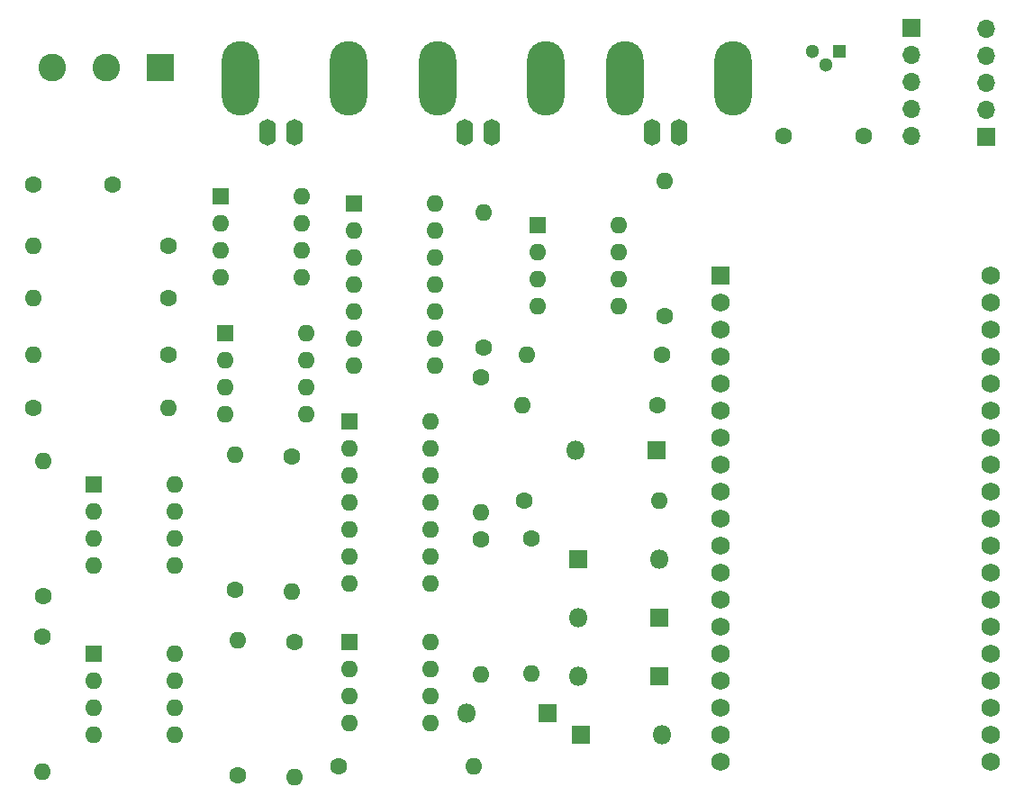
<source format=gbr>
%TF.GenerationSoftware,KiCad,Pcbnew,8.0.3*%
%TF.CreationDate,2025-01-25T16:13:06+05:30*%
%TF.ProjectId,TRNG_surrogate_digital_control,54524e47-5f73-4757-9272-6f676174655f,rev?*%
%TF.SameCoordinates,Original*%
%TF.FileFunction,Soldermask,Bot*%
%TF.FilePolarity,Negative*%
%FSLAX46Y46*%
G04 Gerber Fmt 4.6, Leading zero omitted, Abs format (unit mm)*
G04 Created by KiCad (PCBNEW 8.0.3) date 2025-01-25 16:13:06*
%MOMM*%
%LPD*%
G01*
G04 APERTURE LIST*
G04 Aperture macros list*
%AMRoundRect*
0 Rectangle with rounded corners*
0 $1 Rounding radius*
0 $2 $3 $4 $5 $6 $7 $8 $9 X,Y pos of 4 corners*
0 Add a 4 corners polygon primitive as box body*
4,1,4,$2,$3,$4,$5,$6,$7,$8,$9,$2,$3,0*
0 Add four circle primitives for the rounded corners*
1,1,$1+$1,$2,$3*
1,1,$1+$1,$4,$5*
1,1,$1+$1,$6,$7*
1,1,$1+$1,$8,$9*
0 Add four rect primitives between the rounded corners*
20,1,$1+$1,$2,$3,$4,$5,0*
20,1,$1+$1,$4,$5,$6,$7,0*
20,1,$1+$1,$6,$7,$8,$9,0*
20,1,$1+$1,$8,$9,$2,$3,0*%
G04 Aperture macros list end*
%ADD10C,1.600000*%
%ADD11O,1.600000X1.600000*%
%ADD12R,1.800000X1.800000*%
%ADD13O,1.800000X1.800000*%
%ADD14R,1.600000X1.600000*%
%ADD15R,2.600000X2.600000*%
%ADD16C,2.600000*%
%ADD17R,1.300000X1.300000*%
%ADD18C,1.300000*%
%ADD19R,1.700000X1.700000*%
%ADD20O,1.700000X1.700000*%
%ADD21O,1.600000X2.500000*%
%ADD22O,3.500000X7.000000*%
%ADD23RoundRect,0.102000X-0.765000X-0.765000X0.765000X-0.765000X0.765000X0.765000X-0.765000X0.765000X0*%
%ADD24C,1.734000*%
G04 APERTURE END LIST*
D10*
%TO.C,R15*%
X119750000Y-133250000D03*
D11*
X132450000Y-133250000D03*
%TD*%
D10*
%TO.C,R19*%
X137850000Y-111760000D03*
D11*
X137850000Y-124460000D03*
%TD*%
D12*
%TO.C,D4*%
X142540000Y-130250000D03*
D13*
X150160000Y-130250000D03*
%TD*%
D12*
%TO.C,D1*%
X149660000Y-103500000D03*
D13*
X142040000Y-103500000D03*
%TD*%
D14*
%TO.C,Multiplier1*%
X121200000Y-80285000D03*
D11*
X121200000Y-82825000D03*
X121200000Y-85365000D03*
X121200000Y-87905000D03*
X121200000Y-90445000D03*
X121200000Y-92985000D03*
X121200000Y-95525000D03*
X128820000Y-95525000D03*
X128820000Y-92985000D03*
X128820000Y-90445000D03*
X128820000Y-87905000D03*
X128820000Y-85365000D03*
X128820000Y-82825000D03*
X128820000Y-80285000D03*
%TD*%
D14*
%TO.C,U2*%
X96730000Y-122630000D03*
D11*
X96730000Y-125170000D03*
X96730000Y-127710000D03*
X96730000Y-130250000D03*
X104350000Y-130250000D03*
X104350000Y-127710000D03*
X104350000Y-125170000D03*
X104350000Y-122630000D03*
%TD*%
D10*
%TO.C,R5*%
X110250000Y-134100000D03*
D11*
X110250000Y-121400000D03*
%TD*%
D10*
%TO.C,R12*%
X133100000Y-96610000D03*
D11*
X133100000Y-109310000D03*
%TD*%
D12*
%TO.C,D2*%
X139410000Y-128250000D03*
D13*
X131790000Y-128250000D03*
%TD*%
D10*
%TO.C,R9*%
X133350000Y-93810000D03*
D11*
X133350000Y-81110000D03*
%TD*%
D15*
%TO.C,J1*%
X103010000Y-67500000D03*
D16*
X97930000Y-67500000D03*
X92850000Y-67500000D03*
%TD*%
D14*
%TO.C,U6*%
X120730000Y-121500000D03*
D11*
X120730000Y-124040000D03*
X120730000Y-126580000D03*
X120730000Y-129120000D03*
X128350000Y-129120000D03*
X128350000Y-126580000D03*
X128350000Y-124040000D03*
X128350000Y-121500000D03*
%TD*%
D14*
%TO.C,Multiplier2*%
X120730000Y-100750000D03*
D11*
X120730000Y-103290000D03*
X120730000Y-105830000D03*
X120730000Y-108370000D03*
X120730000Y-110910000D03*
X120730000Y-113450000D03*
X120730000Y-115990000D03*
X128350000Y-115990000D03*
X128350000Y-113450000D03*
X128350000Y-110910000D03*
X128350000Y-108370000D03*
X128350000Y-105830000D03*
X128350000Y-103290000D03*
X128350000Y-100750000D03*
%TD*%
D17*
%TO.C,Q1*%
X166850000Y-65960000D03*
D18*
X165580000Y-67230000D03*
X164310000Y-65960000D03*
%TD*%
D19*
%TO.C,J2*%
X173600000Y-63800000D03*
D20*
X173600000Y-66340000D03*
X173600000Y-68880000D03*
X173600000Y-71420000D03*
X173600000Y-73960000D03*
%TD*%
D19*
%TO.C,J3*%
X180600000Y-74000000D03*
D20*
X180600000Y-71460000D03*
X180600000Y-68920000D03*
X180600000Y-66380000D03*
X180600000Y-63840000D03*
%TD*%
D14*
%TO.C,U3*%
X138480000Y-82340000D03*
D11*
X138480000Y-84880000D03*
X138480000Y-87420000D03*
X138480000Y-89960000D03*
X146100000Y-89960000D03*
X146100000Y-87420000D03*
X146100000Y-84880000D03*
X146100000Y-82340000D03*
%TD*%
D12*
%TO.C,D5*%
X142290000Y-113750000D03*
D13*
X149910000Y-113750000D03*
%TD*%
D10*
%TO.C,R18*%
X137150000Y-108250000D03*
D11*
X149850000Y-108250000D03*
%TD*%
D12*
%TO.C,D6*%
X149850000Y-119250000D03*
D13*
X142230000Y-119250000D03*
%TD*%
D10*
%TO.C,C2*%
X98500000Y-78500000D03*
X91000000Y-78500000D03*
%TD*%
%TO.C,R16*%
X133100000Y-111910000D03*
D11*
X133100000Y-124610000D03*
%TD*%
D10*
%TO.C,R7*%
X150100000Y-94500000D03*
D11*
X137400000Y-94500000D03*
%TD*%
D10*
%TO.C,R8*%
X149700000Y-99250000D03*
D11*
X137000000Y-99250000D03*
%TD*%
D21*
%TO.C,Modulating_signal*%
X115595000Y-73580000D03*
D22*
X110515000Y-68500000D03*
D21*
X113055000Y-73580000D03*
D22*
X120675000Y-68500000D03*
%TD*%
D10*
%TO.C,R6*%
X150350000Y-90850000D03*
D11*
X150350000Y-78150000D03*
%TD*%
D14*
%TO.C,U1*%
X96730000Y-106750000D03*
D11*
X96730000Y-109290000D03*
X96730000Y-111830000D03*
X96730000Y-114370000D03*
X104350000Y-114370000D03*
X104350000Y-111830000D03*
X104350000Y-109290000D03*
X104350000Y-106750000D03*
%TD*%
D10*
%TO.C,R3*%
X110025000Y-116660000D03*
D11*
X110025000Y-103960000D03*
%TD*%
D10*
%TO.C,R17*%
X103700000Y-84275000D03*
D11*
X91000000Y-84275000D03*
%TD*%
D10*
%TO.C,R14*%
X115600000Y-121550000D03*
D11*
X115600000Y-134250000D03*
%TD*%
D10*
%TO.C,R11*%
X103700000Y-89200000D03*
D11*
X91000000Y-89200000D03*
%TD*%
D21*
%TO.C,Vout*%
X151770000Y-73580000D03*
D22*
X146690000Y-68500000D03*
D21*
X149230000Y-73580000D03*
D22*
X156850000Y-68500000D03*
%TD*%
D10*
%TO.C,R2*%
X91000000Y-99500000D03*
D11*
X103700000Y-99500000D03*
%TD*%
D10*
%TO.C,C1*%
X169100000Y-73960000D03*
X161600000Y-73960000D03*
%TD*%
%TO.C,R4*%
X91850000Y-121050000D03*
D11*
X91850000Y-133750000D03*
%TD*%
D14*
%TO.C,U5*%
X108635000Y-79580000D03*
D11*
X108635000Y-82120000D03*
X108635000Y-84660000D03*
X108635000Y-87200000D03*
X116255000Y-87200000D03*
X116255000Y-84660000D03*
X116255000Y-82120000D03*
X116255000Y-79580000D03*
%TD*%
D14*
%TO.C,U7*%
X109080000Y-92480000D03*
D11*
X109080000Y-95020000D03*
X109080000Y-97560000D03*
X109080000Y-100100000D03*
X116700000Y-100100000D03*
X116700000Y-97560000D03*
X116700000Y-95020000D03*
X116700000Y-92480000D03*
%TD*%
D10*
%TO.C,R13*%
X115375000Y-104060000D03*
D11*
X115375000Y-116760000D03*
%TD*%
D12*
%TO.C,D3*%
X149850000Y-124750000D03*
D13*
X142230000Y-124750000D03*
%TD*%
D21*
%TO.C,Noise*%
X134170000Y-73580000D03*
D22*
X129090000Y-68500000D03*
D21*
X131630000Y-73580000D03*
D22*
X139250000Y-68500000D03*
%TD*%
D23*
%TO.C,U4*%
X155600000Y-87070000D03*
D24*
X155600000Y-89610000D03*
X155600000Y-92150000D03*
X155600000Y-94690000D03*
X155600000Y-97230000D03*
X155600000Y-99770000D03*
X155600000Y-102310000D03*
X155600000Y-104850000D03*
X155600000Y-107390000D03*
X155600000Y-109930000D03*
X155600000Y-112470000D03*
X155600000Y-115010000D03*
X155600000Y-117550000D03*
X155600000Y-120090000D03*
X155600000Y-122630000D03*
X155600000Y-125170000D03*
X155600000Y-127710000D03*
X155600000Y-130250000D03*
X155600000Y-132790000D03*
X181000000Y-132790000D03*
X181000000Y-130250000D03*
X181000000Y-127710000D03*
X181000000Y-125170000D03*
X181000000Y-122630000D03*
X181000000Y-120090000D03*
X181000000Y-117550000D03*
X181000000Y-115010000D03*
X181000000Y-112470000D03*
X181000000Y-109930000D03*
X181000000Y-107390000D03*
X181000000Y-104850000D03*
X181000000Y-102310000D03*
X181000000Y-99770000D03*
X181000000Y-97230000D03*
X181000000Y-94690000D03*
X181000000Y-92150000D03*
X181000000Y-89610000D03*
X181000000Y-87070000D03*
%TD*%
D10*
%TO.C,R10*%
X103700000Y-94500000D03*
D11*
X91000000Y-94500000D03*
%TD*%
D10*
%TO.C,R1*%
X92000000Y-117250000D03*
D11*
X92000000Y-104550000D03*
%TD*%
M02*

</source>
